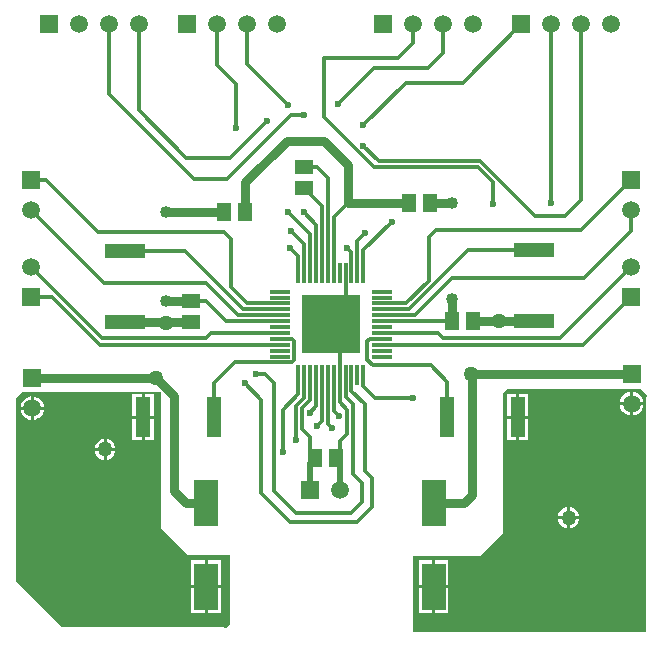
<source format=gtl>
%FSLAX25Y25*%
%MOIN*%
G70*
G01*
G75*
G04 Layer_Physical_Order=1*
G04 Layer_Color=255*
%ADD10R,0.07874X0.15748*%
%ADD11R,0.05906X0.04921*%
%ADD12R,0.04921X0.05906*%
%ADD13R,0.19685X0.19685*%
%ADD14R,0.01181X0.06693*%
%ADD15R,0.06693X0.01181*%
%ADD16R,0.05118X0.13583*%
%ADD17R,0.13583X0.05118*%
%ADD18C,0.01181*%
%ADD19C,0.03000*%
%ADD20C,0.02000*%
%ADD21R,0.05906X0.05906*%
%ADD22C,0.05906*%
%ADD23R,0.05906X0.05906*%
%ADD24C,0.02362*%
%ADD25C,0.05000*%
%ADD26C,0.04000*%
%ADD27C,0.02598*%
G36*
X255750Y389712D02*
Y344569D01*
X261750Y338511D01*
X264750Y335482D01*
X278750D01*
Y312514D01*
X277500Y311252D01*
X277000D01*
X276750Y311505D01*
X222750D01*
X207500Y326901D01*
Y387981D01*
X209500Y390000D01*
X255462D01*
X255750Y389712D01*
D02*
G37*
G36*
X418000Y388479D02*
X417500Y387974D01*
Y310000D01*
X340000D01*
Y335234D01*
X362500D01*
X370000Y342805D01*
Y388479D01*
Y389488D01*
X371250Y390750D01*
X415750D01*
X418000Y388479D01*
D02*
G37*
%LPC*%
G36*
X391250Y351464D02*
X390836Y351410D01*
X389985Y351057D01*
X389254Y350496D01*
X388693Y349765D01*
X388340Y348914D01*
X388286Y348500D01*
X391250D01*
Y351464D01*
D02*
G37*
G36*
X395214Y347500D02*
X392250D01*
Y344536D01*
X392664Y344590D01*
X393515Y344943D01*
X394246Y345504D01*
X394807Y346235D01*
X395160Y347086D01*
X395214Y347500D01*
D02*
G37*
G36*
X391250D02*
X388286D01*
X388340Y347086D01*
X388693Y346235D01*
X389254Y345504D01*
X389985Y344943D01*
X390836Y344590D01*
X391250Y344536D01*
Y347500D01*
D02*
G37*
G36*
X392250Y351464D02*
Y348500D01*
X395214D01*
X395160Y348914D01*
X394807Y349765D01*
X394246Y350496D01*
X393515Y351057D01*
X392664Y351410D01*
X392250Y351464D01*
D02*
G37*
G36*
X236750Y374214D02*
X236336Y374160D01*
X235485Y373807D01*
X234754Y373246D01*
X234193Y372515D01*
X233840Y371664D01*
X233786Y371250D01*
X236750D01*
Y374214D01*
D02*
G37*
G36*
X240714Y370250D02*
X237750D01*
Y367286D01*
X238164Y367340D01*
X239015Y367693D01*
X239746Y368254D01*
X240307Y368985D01*
X240660Y369836D01*
X240714Y370250D01*
D02*
G37*
G36*
X236750D02*
X233786D01*
X233840Y369836D01*
X234193Y368985D01*
X234754Y368254D01*
X235485Y367693D01*
X236336Y367340D01*
X236750Y367286D01*
Y370250D01*
D02*
G37*
G36*
X351687Y333898D02*
X347250D01*
Y325524D01*
X351687D01*
Y333898D01*
D02*
G37*
G36*
X346250Y324524D02*
X341813D01*
Y316150D01*
X346250D01*
Y324524D01*
D02*
G37*
G36*
X275937D02*
X271500D01*
Y316150D01*
X275937D01*
Y324524D01*
D02*
G37*
G36*
X270500D02*
X266063D01*
Y316150D01*
X270500D01*
Y324524D01*
D02*
G37*
G36*
X351687D02*
X347250D01*
Y316150D01*
X351687D01*
Y324524D01*
D02*
G37*
G36*
X346250Y333898D02*
X341813D01*
Y325524D01*
X346250D01*
Y333898D01*
D02*
G37*
G36*
X275937D02*
X271500D01*
Y325524D01*
X275937D01*
Y333898D01*
D02*
G37*
G36*
X270500D02*
X266063D01*
Y325524D01*
X270500D01*
Y333898D01*
D02*
G37*
G36*
X412250Y385500D02*
X408829D01*
X408899Y384968D01*
X409297Y384007D01*
X409931Y383181D01*
X410757Y382547D01*
X411718Y382149D01*
X412250Y382079D01*
Y385500D01*
D02*
G37*
G36*
X416671D02*
X413250D01*
Y382079D01*
X413782Y382149D01*
X414743Y382547D01*
X415569Y383181D01*
X416203Y384007D01*
X416601Y384968D01*
X416671Y385500D01*
D02*
G37*
G36*
X374311Y389291D02*
X371252D01*
Y382000D01*
X374311D01*
Y389291D01*
D02*
G37*
G36*
X378370D02*
X375311D01*
Y382000D01*
X378370D01*
Y389291D01*
D02*
G37*
G36*
X412250Y389921D02*
X411718Y389851D01*
X410757Y389453D01*
X409931Y388819D01*
X409297Y387993D01*
X408899Y387032D01*
X408829Y386500D01*
X412250D01*
Y389921D01*
D02*
G37*
G36*
X413250D02*
Y386500D01*
X416671D01*
X416601Y387032D01*
X416203Y387993D01*
X415569Y388819D01*
X414743Y389453D01*
X413782Y389851D01*
X413250Y389921D01*
D02*
G37*
G36*
X212500Y388421D02*
X211968Y388351D01*
X211007Y387953D01*
X210181Y387319D01*
X209547Y386493D01*
X209149Y385532D01*
X209079Y385000D01*
X212500D01*
Y388421D01*
D02*
G37*
G36*
X213500D02*
Y385000D01*
X216921D01*
X216851Y385532D01*
X216453Y386493D01*
X215819Y387319D01*
X214993Y387953D01*
X214032Y388351D01*
X213500Y388421D01*
D02*
G37*
G36*
X253498Y389291D02*
X250439D01*
Y382000D01*
X253498D01*
Y389291D01*
D02*
G37*
G36*
Y381000D02*
X250439D01*
Y373709D01*
X253498D01*
Y381000D01*
D02*
G37*
G36*
X374311D02*
X371252D01*
Y373709D01*
X374311D01*
Y381000D01*
D02*
G37*
G36*
X237750Y374214D02*
Y371250D01*
X240714D01*
X240660Y371664D01*
X240307Y372515D01*
X239746Y373246D01*
X239015Y373807D01*
X238164Y374160D01*
X237750Y374214D01*
D02*
G37*
G36*
X249439Y381000D02*
X246380D01*
Y373709D01*
X249439D01*
Y381000D01*
D02*
G37*
G36*
X216921Y384000D02*
X213500D01*
Y380579D01*
X214032Y380649D01*
X214993Y381047D01*
X215819Y381681D01*
X216453Y382507D01*
X216851Y383468D01*
X216921Y384000D01*
D02*
G37*
G36*
X249439Y389291D02*
X246380D01*
Y382000D01*
X249439D01*
Y389291D01*
D02*
G37*
G36*
X378370Y381000D02*
X375311D01*
Y373709D01*
X378370D01*
Y381000D01*
D02*
G37*
G36*
X212500Y384000D02*
X209079D01*
X209149Y383468D01*
X209547Y382507D01*
X210181Y381681D01*
X211007Y381047D01*
X211968Y380649D01*
X212500Y380579D01*
Y384000D01*
D02*
G37*
%LPD*%
D10*
X271000Y325024D02*
D03*
Y352976D02*
D03*
X346750Y325024D02*
D03*
Y352976D02*
D03*
D11*
X303500Y464695D02*
D03*
Y457805D02*
D03*
X265750Y420195D02*
D03*
Y413305D02*
D03*
D12*
X338555Y453000D02*
D03*
X345445D02*
D03*
X283945Y450000D02*
D03*
X277055D02*
D03*
X307305Y368000D02*
D03*
X314195D02*
D03*
X353055Y413500D02*
D03*
X359945D02*
D03*
D13*
X312500Y412500D02*
D03*
D14*
X301673Y429429D02*
D03*
X303642D02*
D03*
X305610D02*
D03*
X307579D02*
D03*
X309547D02*
D03*
X311516D02*
D03*
X313484D02*
D03*
X315453D02*
D03*
X317421D02*
D03*
X319390D02*
D03*
X321358D02*
D03*
X323327D02*
D03*
Y395571D02*
D03*
X321358D02*
D03*
X319390D02*
D03*
X317421D02*
D03*
X315453D02*
D03*
X313484D02*
D03*
X311516D02*
D03*
X309547D02*
D03*
X307579D02*
D03*
X305610D02*
D03*
X303642D02*
D03*
X301673D02*
D03*
D15*
X329429Y423327D02*
D03*
Y421358D02*
D03*
Y419390D02*
D03*
Y417421D02*
D03*
Y415453D02*
D03*
Y413484D02*
D03*
Y411516D02*
D03*
Y409547D02*
D03*
Y407579D02*
D03*
Y405610D02*
D03*
Y403642D02*
D03*
Y401673D02*
D03*
X295571D02*
D03*
Y403642D02*
D03*
Y405610D02*
D03*
Y407579D02*
D03*
Y409547D02*
D03*
Y411516D02*
D03*
Y413484D02*
D03*
Y415453D02*
D03*
Y417421D02*
D03*
Y419390D02*
D03*
Y421358D02*
D03*
Y423327D02*
D03*
D16*
X351189Y381500D02*
D03*
X374811D02*
D03*
X273561D02*
D03*
X249939D02*
D03*
D17*
X380250Y437061D02*
D03*
Y413439D02*
D03*
X244000Y436811D02*
D03*
Y413189D02*
D03*
D18*
X274500Y498750D02*
Y512500D01*
X266750Y461000D02*
X278000D01*
X299250Y482250D02*
X303500D01*
X278000Y461000D02*
X299250Y482250D01*
X238500Y489250D02*
X266750Y461000D01*
X287500Y395750D02*
X290500D01*
X293500Y392750D01*
Y356750D02*
Y392750D01*
Y356750D02*
X300750Y349500D01*
X300987Y374013D02*
X301000Y374000D01*
X300750Y349500D02*
X319250D01*
X323000Y353250D01*
Y359500D01*
X319961Y362539D02*
X323000Y359500D01*
X284500Y499250D02*
Y512500D01*
Y499250D02*
X298250Y485500D01*
X356500Y493000D02*
X376000Y512500D01*
X337500Y493000D02*
X356500D01*
X323250Y478750D02*
X337500Y493000D01*
X323250Y472000D02*
X328500Y466750D01*
X386000Y453000D02*
Y512500D01*
X396000Y454000D02*
Y512500D01*
X390500Y448500D02*
X396000Y454000D01*
X380523Y448500D02*
X390500D01*
X362273Y466750D02*
X380523Y448500D01*
X328500Y466750D02*
X362273D01*
X361461Y464789D02*
X366500Y459750D01*
X326852Y464789D02*
X361461D01*
X366500Y452500D02*
Y459750D01*
X299000Y437750D02*
X301673Y435077D01*
Y429429D02*
Y435077D01*
X299250Y443500D02*
X303642Y439108D01*
Y429429D02*
Y439108D01*
X298250Y450000D02*
X305610Y442640D01*
Y429429D02*
Y442640D01*
X238500Y489250D02*
Y512500D01*
X303500Y449750D02*
X307579Y445671D01*
Y429429D02*
Y445671D01*
X319390Y390360D02*
X324000Y385750D01*
Y363500D02*
Y385750D01*
X319390Y390360D02*
Y395571D01*
X313484Y383516D02*
Y395571D01*
X327250Y388000D02*
X340000D01*
X323327Y391923D02*
X327250Y388000D01*
X323327Y391923D02*
Y395571D01*
X302948Y377552D02*
X305610Y374890D01*
Y370695D02*
Y374890D01*
X307750Y378500D02*
X309547Y380297D01*
X305610Y370695D02*
X307555Y368750D01*
X323327Y437077D02*
X332750Y446500D01*
X323327Y429429D02*
Y437077D01*
X244000Y436811D02*
X263939D01*
X283329Y417421D01*
X295571D01*
X313484Y448234D02*
X318250Y453000D01*
X313484Y429429D02*
Y448234D01*
X397000Y428000D02*
X412500Y443500D01*
X353000Y428000D02*
X397000D01*
X340453Y415453D02*
X353000Y428000D01*
X358311Y437061D02*
X380250D01*
X338671Y417421D02*
X358311Y437061D01*
X329429Y417421D02*
X338671D01*
X345250Y427000D02*
Y441500D01*
X337640Y419390D02*
X345250Y427000D01*
X329429Y419390D02*
X337640D01*
X329429Y415453D02*
X340453D01*
X265750Y420195D02*
X270805D01*
X277516Y413484D01*
X295571D01*
X281547Y415453D02*
X295571D01*
X270750Y426250D02*
X281547Y415453D01*
X236750Y426250D02*
X270750D01*
X212500Y450500D02*
X236750Y426250D01*
X351189Y381500D02*
Y393311D01*
X345750Y398750D02*
X351189Y393311D01*
X326477Y398750D02*
X345750D01*
X324712Y400515D02*
X326477Y398750D01*
X324712Y400515D02*
Y406769D01*
X325515Y407571D01*
X329422D01*
X329429Y407579D01*
X295571D02*
X299478D01*
X300288Y406769D01*
Y400515D02*
Y406769D01*
X299485Y399712D02*
X300288Y400515D01*
X276750Y443250D02*
X279250Y440750D01*
X234750Y443250D02*
X276750D01*
X217500Y460500D02*
X234750Y443250D01*
X279250Y424750D02*
Y440750D01*
Y424750D02*
X284610Y419390D01*
X347500Y443750D02*
X395750D01*
X345250Y441500D02*
X347500Y443750D01*
X395750D02*
X412500Y460500D01*
Y443500D02*
Y450500D01*
X284610Y419390D02*
X295571D01*
X212500Y460500D02*
X217500D01*
X311516Y429429D02*
Y461234D01*
X308055Y464695D02*
X311516Y461234D01*
X303500Y464695D02*
X308055D01*
X303500Y457805D02*
X309547Y451758D01*
Y429429D02*
Y451758D01*
X295564Y405618D02*
X295571Y405610D01*
X219727Y421500D02*
X235609Y405618D01*
X212500Y421500D02*
X219727D01*
X212500Y431500D02*
X236250Y407750D01*
X270750D01*
X272547Y409547D01*
X295571D01*
X389000Y408000D02*
X412500Y431500D01*
X349750Y408000D02*
X389000D01*
X348203Y409547D02*
X349750Y408000D01*
X329429Y409547D02*
X348203D01*
X396610Y405610D02*
X412500Y421500D01*
X329429Y405610D02*
X396610D01*
X314195Y368000D02*
X315500Y366695D01*
X353039Y413484D02*
X353055Y413500D01*
X329429Y413484D02*
X353039D01*
X314195Y368000D02*
X315453Y369258D01*
Y395571D02*
Y409547D01*
X317421Y421521D02*
Y429429D01*
X324000Y363500D02*
X326250Y361250D01*
Y351500D02*
Y361250D01*
X321250Y346500D02*
X326250Y351500D01*
X299000Y346500D02*
X321250D01*
X289250Y356250D02*
X299000Y346500D01*
X289250Y356250D02*
Y387250D01*
X235609Y405618D02*
X295564D01*
X280462Y399712D02*
X299485D01*
X273561Y381500D02*
Y392811D01*
X280462Y399712D01*
X283750Y392750D02*
X289250Y387250D01*
X319390Y429429D02*
Y436610D01*
X318000Y438000D02*
X319390Y436610D01*
X248500Y483750D02*
Y512500D01*
X274500Y498750D02*
X280750Y492500D01*
Y477750D02*
Y492500D01*
X248500Y483750D02*
X264250Y468000D01*
X279000D01*
X291250Y480250D01*
X321358Y429429D02*
Y440358D01*
X323750Y442750D01*
X310250Y481391D02*
X326852Y464789D01*
X340000Y506250D02*
Y512500D01*
X335000Y501250D02*
X340000Y506250D01*
X310250Y481391D02*
Y501250D01*
X335000D01*
X315000Y486000D02*
X326750Y497750D01*
X344750D01*
X350000Y503000D01*
Y512500D01*
X296500Y369750D02*
Y384000D01*
X300987Y374013D02*
Y385261D01*
X302948Y377552D02*
Y384448D01*
X296500Y384000D02*
X301673Y389173D01*
Y395571D01*
X300987Y385261D02*
X303642Y387915D01*
Y395571D01*
X302948Y384448D02*
X305610Y387110D01*
Y395571D01*
X305500Y383000D02*
X307579Y385079D01*
Y395571D01*
X309547Y380297D02*
Y395571D01*
X313484Y383516D02*
X315250Y381750D01*
X315453Y386547D02*
Y395571D01*
Y386547D02*
X318000Y384000D01*
X319961Y362539D02*
Y385789D01*
X317421Y388329D02*
Y395571D01*
Y388329D02*
X319961Y385789D01*
X315453Y369258D02*
Y373453D01*
X318000Y376000D01*
Y384000D01*
X311516Y379234D02*
Y395571D01*
Y379234D02*
X313000Y377750D01*
D19*
X359500Y355500D02*
Y396000D01*
X412750D01*
X356976Y352976D02*
X359500Y355500D01*
X283945Y450000D02*
Y459695D01*
X297750Y473500D01*
X310250D01*
X318250Y465500D01*
Y453000D02*
Y465500D01*
Y453000D02*
X338555D01*
X260274Y356976D02*
Y388476D01*
Y356976D02*
X264274Y352976D01*
X271000D01*
X254250Y394500D02*
X260274Y388476D01*
X346750Y352976D02*
X356976D01*
X213000Y394500D02*
X254250D01*
X345445Y453000D02*
X353000D01*
X353055Y413500D02*
Y420945D01*
X368500Y413500D02*
X368561Y413439D01*
X380250D01*
X359945Y413500D02*
X368500D01*
X277000Y449945D02*
X277055Y450000D01*
X257555Y449945D02*
X277000D01*
X257555Y420195D02*
X265750D01*
X244000Y413189D02*
X265634D01*
X265750Y413305D01*
D20*
X305500Y366195D02*
X307305Y368000D01*
X305500Y357250D02*
Y366195D01*
X315500Y357250D02*
Y366695D01*
D21*
X212500Y421500D02*
D03*
Y460500D02*
D03*
X412500D02*
D03*
Y421500D02*
D03*
X412750Y396000D02*
D03*
X213000Y394500D02*
D03*
D22*
X212500Y431500D02*
D03*
Y450500D02*
D03*
X412500D02*
D03*
Y431500D02*
D03*
X406000Y512500D02*
D03*
X396000D02*
D03*
X386000D02*
D03*
X360000D02*
D03*
X350000D02*
D03*
X340000D02*
D03*
X294500D02*
D03*
X284500D02*
D03*
X274500D02*
D03*
X248500D02*
D03*
X238500D02*
D03*
X228500D02*
D03*
X412750Y386000D02*
D03*
X213000Y384500D02*
D03*
X315500Y357250D02*
D03*
D23*
X376000Y512500D02*
D03*
X330000D02*
D03*
X264500D02*
D03*
X218500D02*
D03*
X305500Y357250D02*
D03*
D24*
X287500Y395750D02*
D03*
X301000Y374000D02*
D03*
X298250Y485500D02*
D03*
X323250Y478750D02*
D03*
Y472000D02*
D03*
X386000Y453000D02*
D03*
X296500Y369750D02*
D03*
X366500Y452500D02*
D03*
X307750Y378500D02*
D03*
X299000Y437750D02*
D03*
X299250Y443500D02*
D03*
X298250Y450000D02*
D03*
X303500Y482250D02*
D03*
Y449750D02*
D03*
X305500Y383000D02*
D03*
X340000Y388000D02*
D03*
X332750Y446500D02*
D03*
X283750Y392750D02*
D03*
X318000Y438000D02*
D03*
X280750Y477750D02*
D03*
X291250Y480250D02*
D03*
X323750Y442750D02*
D03*
X315000Y486000D02*
D03*
X315250Y381750D02*
D03*
X313000Y377750D02*
D03*
D25*
X359250Y395750D02*
D03*
X254250Y394500D02*
D03*
X368500Y413500D02*
D03*
X257500Y413000D02*
D03*
X391750Y348000D02*
D03*
X237250Y370750D02*
D03*
D26*
X353000Y453000D02*
D03*
X353055Y420945D02*
D03*
X257555Y449945D02*
D03*
Y420195D02*
D03*
D27*
X319587Y405413D02*
D03*
X314862D02*
D03*
X310138D02*
D03*
X305413D02*
D03*
X319587Y410138D02*
D03*
X314862D02*
D03*
X310138D02*
D03*
X305413D02*
D03*
X319587Y414862D02*
D03*
X314862D02*
D03*
X310138D02*
D03*
X305413D02*
D03*
X319587Y419587D02*
D03*
X314862D02*
D03*
X310138D02*
D03*
X305413D02*
D03*
M02*

</source>
